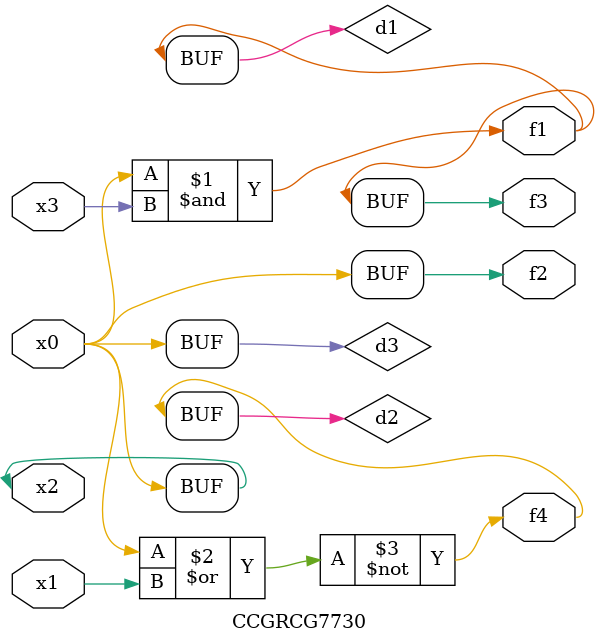
<source format=v>
module CCGRCG7730(
	input x0, x1, x2, x3,
	output f1, f2, f3, f4
);

	wire d1, d2, d3;

	and (d1, x2, x3);
	nor (d2, x0, x1);
	buf (d3, x0, x2);
	assign f1 = d1;
	assign f2 = d3;
	assign f3 = d1;
	assign f4 = d2;
endmodule

</source>
